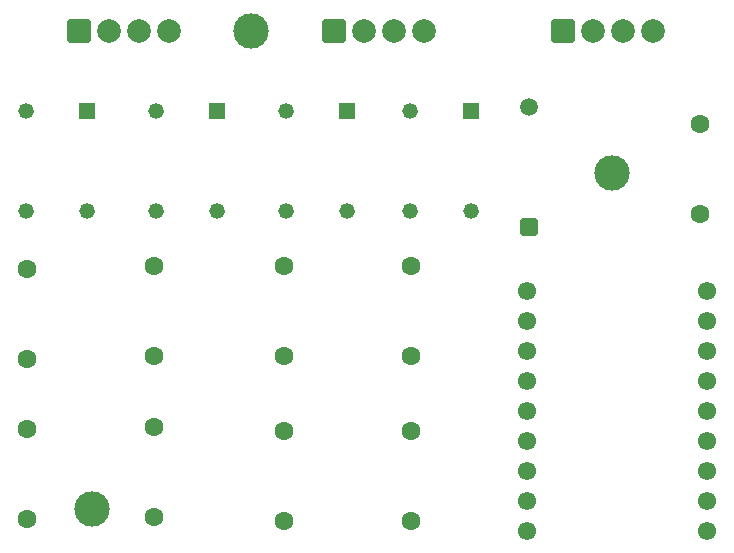
<source format=gbr>
%TF.GenerationSoftware,KiCad,Pcbnew,9.0.6*%
%TF.CreationDate,2025-11-16T14:41:23+11:00*%
%TF.ProjectId,TaikoPcb,5461696b-6f50-4636-922e-6b696361645f,rev?*%
%TF.SameCoordinates,Original*%
%TF.FileFunction,Soldermask,Top*%
%TF.FilePolarity,Negative*%
%FSLAX46Y46*%
G04 Gerber Fmt 4.6, Leading zero omitted, Abs format (unit mm)*
G04 Created by KiCad (PCBNEW 9.0.6) date 2025-11-16 14:41:23*
%MOMM*%
%LPD*%
G01*
G04 APERTURE LIST*
G04 Aperture macros list*
%AMRoundRect*
0 Rectangle with rounded corners*
0 $1 Rounding radius*
0 $2 $3 $4 $5 $6 $7 $8 $9 X,Y pos of 4 corners*
0 Add a 4 corners polygon primitive as box body*
4,1,4,$2,$3,$4,$5,$6,$7,$8,$9,$2,$3,0*
0 Add four circle primitives for the rounded corners*
1,1,$1+$1,$2,$3*
1,1,$1+$1,$4,$5*
1,1,$1+$1,$6,$7*
1,1,$1+$1,$8,$9*
0 Add four rect primitives between the rounded corners*
20,1,$1+$1,$2,$3,$4,$5,0*
20,1,$1+$1,$4,$5,$6,$7,0*
20,1,$1+$1,$6,$7,$8,$9,0*
20,1,$1+$1,$8,$9,$2,$3,0*%
G04 Aperture macros list end*
%ADD10R,1.320800X1.320800*%
%ADD11C,1.320800*%
%ADD12C,1.600000*%
%ADD13C,3.000000*%
%ADD14C,1.552000*%
%ADD15RoundRect,0.250000X-0.750000X-0.750000X0.750000X-0.750000X0.750000X0.750000X-0.750000X0.750000X0*%
%ADD16C,2.000000*%
%ADD17RoundRect,0.250001X0.499999X-0.499999X0.499999X0.499999X-0.499999X0.499999X-0.499999X-0.499999X0*%
%ADD18C,1.500000*%
G04 APERTURE END LIST*
D10*
%TO.C,U2*%
X121100000Y-45750000D03*
D11*
X115900000Y-45750000D03*
X115900000Y-54249999D03*
X121100000Y-54249999D03*
%TD*%
D12*
%TO.C,R3*%
X126800000Y-58880000D03*
X126800000Y-66500000D03*
%TD*%
D13*
%TO.C,REF\u002A\u002A*%
X121500000Y-79500000D03*
%TD*%
D12*
%TO.C,R5*%
X137800000Y-58880000D03*
X137800000Y-66500000D03*
%TD*%
D14*
%TO.C,U1*%
X158380000Y-61000000D03*
X158380000Y-63540000D03*
X158380000Y-66080000D03*
X158380000Y-68620000D03*
X158380000Y-71160000D03*
X158380000Y-73700000D03*
X158380000Y-76240000D03*
X158380000Y-78780000D03*
X158380000Y-81314000D03*
X173620000Y-81314000D03*
X173620000Y-78780000D03*
X173620000Y-76240000D03*
X173620000Y-73700000D03*
X173620000Y-71160000D03*
X173620000Y-68620000D03*
X173620000Y-66080000D03*
X173620000Y-63540000D03*
X173620000Y-61000000D03*
%TD*%
D10*
%TO.C,U4*%
X143100000Y-45750000D03*
D11*
X137900000Y-45750000D03*
X137900000Y-54249999D03*
X143100000Y-54249999D03*
%TD*%
D12*
%TO.C,R6*%
X137800000Y-72880000D03*
X137800000Y-80500000D03*
%TD*%
D15*
%TO.C,J1*%
X120420000Y-39000000D03*
D16*
X122960000Y-39000000D03*
X125500000Y-39000000D03*
X128040000Y-39000000D03*
%TD*%
D12*
%TO.C,R2*%
X116000000Y-72690000D03*
X116000000Y-80310000D03*
%TD*%
%TO.C,R7*%
X148500000Y-58880000D03*
X148500000Y-66500000D03*
%TD*%
%TO.C,R4*%
X126800000Y-72570000D03*
X126800000Y-80190000D03*
%TD*%
D10*
%TO.C,U3*%
X132100000Y-45750000D03*
D11*
X126900000Y-45750000D03*
X126900000Y-54249999D03*
X132100000Y-54249999D03*
%TD*%
D12*
%TO.C,R9*%
X173000000Y-54500000D03*
X173000000Y-46880000D03*
%TD*%
D15*
%TO.C,J2*%
X142020000Y-39000000D03*
D16*
X144560000Y-39000000D03*
X147100000Y-39000000D03*
X149640000Y-39000000D03*
%TD*%
D17*
%TO.C,C1*%
X158500000Y-55580000D03*
D18*
X158500000Y-45420000D03*
%TD*%
D12*
%TO.C,R8*%
X148500000Y-72880000D03*
X148500000Y-80500000D03*
%TD*%
%TO.C,R1*%
X116000000Y-59190000D03*
X116000000Y-66810000D03*
%TD*%
D15*
%TO.C,J3*%
X161420000Y-39000000D03*
D16*
X163960000Y-39000000D03*
X166500000Y-39000000D03*
X169040000Y-39000000D03*
%TD*%
D10*
%TO.C,U5*%
X153600000Y-45750000D03*
D11*
X148400000Y-45750000D03*
X148400000Y-54249999D03*
X153600000Y-54249999D03*
%TD*%
D13*
%TO.C,REF\u002A\u002A*%
X165500000Y-51000000D03*
%TD*%
%TO.C,REF\u002A\u002A*%
X135000000Y-39000000D03*
%TD*%
M02*

</source>
